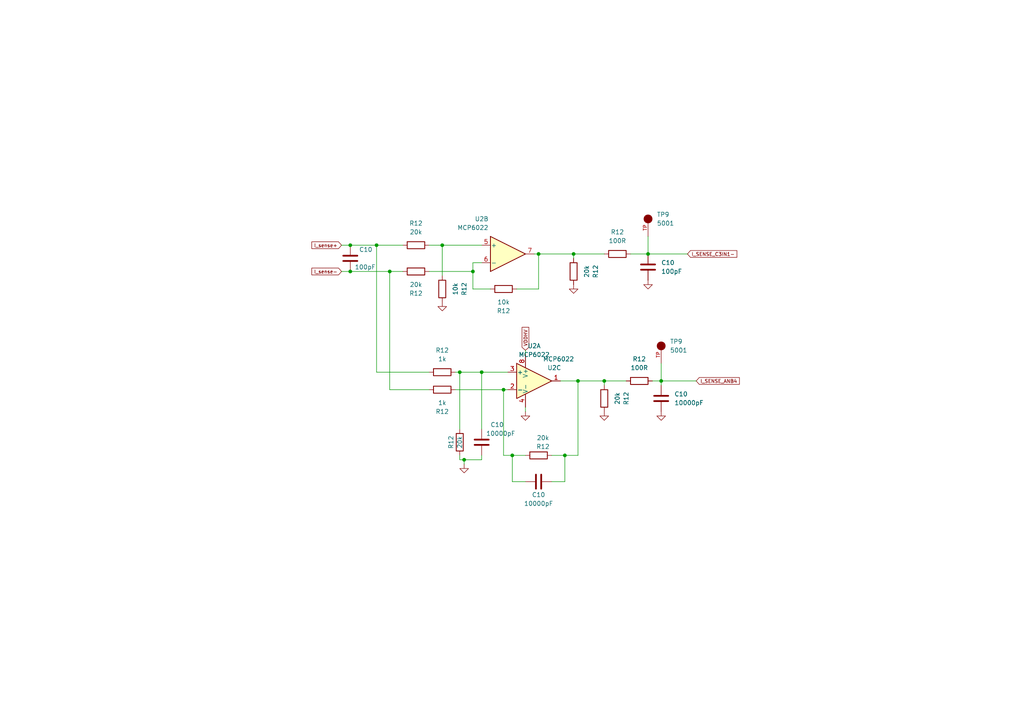
<source format=kicad_sch>
(kicad_sch (version 20230121) (generator eeschema)
  (paper "A4")
  (lib_symbols
    (symbol "5001:5001" (pin_names (offset 1.016))
      (property "Reference" "TP" (at -2.5444 2.5415 0))
      (property "Value" "5001" (at -2.55 -5.0866 0))
      (symbol "5001_0_0"
        (circle (center 0 0) (radius 0.635) (stroke (width 1.27)))
        (pin passive line (at -5.08 0 0) (length 5.08) (name "~") (number "TP"))
      )
    )
    (symbol "Amplifier_Operational:MCP6022" (pin_names (offset 0.127))
      (property "Reference" "U" (at 0 5.08 0))
      (property "Value" "MCP6022" (at 0 -5.08 0))
      (symbol "MCP6022_1_1"
        (polyline (pts (xy -5.08 5.08) (xy 5.08 0) (xy -5.08 -5.08) (xy -5.08 5.08)) (stroke (width 0.254)) (fill (type background)))
        (pin output line (at 7.62 0 180) (length 2.54) (name "~") (number "1"))
        (pin input line (at -7.62 -2.54 0) (length 2.54) (name "-") (number "2"))
        (pin input line (at -7.62 2.54 0) (length 2.54) (name "+") (number "3"))
      )
      (symbol "MCP6022_2_1"
        (polyline (pts (xy -5.08 5.08) (xy 5.08 0) (xy -5.08 -5.08) (xy -5.08 5.08)) (stroke (width 0.254)) (fill (type background)))
        (pin input line (at -7.62 2.54 0) (length 2.54) (name "+") (number "5"))
        (pin input line (at -7.62 -2.54 0) (length 2.54) (name "-") (number "6"))
        (pin output line (at 7.62 0 180) (length 2.54) (name "~") (number "7"))
      )
      (symbol "MCP6022_3_1"
        (pin power_in line (at -2.54 -7.62 90) (length 3.81) (name "V-") (number "4"))
        (pin power_in line (at -2.54 7.62 270) (length 3.81) (name "V+") (number "8"))
      )
    )
    (symbol "Device:C" (pin_numbers hide) (pin_names (offset 0.254))
      (property "Reference" "C" (at 0.635 2.54 0))
      (property "Value" "C" (at 0.635 -2.54 0))
      (symbol "C_0_1"
        (polyline (pts (xy -2.032 -0.762) (xy 2.032 -0.762)) (stroke (width 0.508)))
        (polyline (pts (xy -2.032 0.762) (xy 2.032 0.762)) (stroke (width 0.508)))
      )
      (symbol "C_1_1"
        (pin passive line (at 0 3.81 270) (length 2.794) (name "~") (number "1"))
        (pin passive line (at 0 -3.81 90) (length 2.794) (name "~") (number "2"))
      )
    )
    (symbol "Device:R" (pin_numbers hide) (pin_names (offset 0))
      (property "Reference" "R" (at 2.032 0 90))
      (property "Value" "R" (at 0 0 90))
      (symbol "R_0_1"
        (rectangle (start -1.016 -2.54) (end 1.016 2.54) (stroke (width 0.254)))
      )
      (symbol "R_1_1"
        (pin passive line (at 0 3.81 270) (length 1.27) (name "~") (number "1"))
        (pin passive line (at 0 -3.81 90) (length 1.27) (name "~") (number "2"))
      )
    )
    (symbol "power:GND" (power) (pin_names (offset 0))
      (property "Value" "GND" (at 0 -3.81 0))
      (symbol "GND_0_1"
        (polyline (pts (xy 0 0) (xy 0 -1.27) (xy 1.27 -1.27) (xy 0 -2.54) (xy -1.27 -1.27) (xy 0 -1.27)))
      )
      (symbol "GND_1_1"
        (pin power_in line (at 0 0 270) (length 0) hide (name "GND") (number "1"))
      )
    )
  )
  (junction (at 146.05 113.03))
  (junction (at 191.77 110.49))
  (junction (at 113.03 78.74))
  (junction (at 134.62 133.35))
  (junction (at 156.21 73.66))
  (junction (at 109.22 71.12))
  (junction (at 166.37 73.66))
  (junction (at 148.59 132.08))
  (junction (at 133.35 107.95))
  (junction (at 101.6 71.12))
  (junction (at 163.83 132.08))
  (junction (at 128.27 71.12))
  (junction (at 175.26 110.49))
  (junction (at 167.64 110.49))
  (junction (at 101.6 78.74))
  (junction (at 137.16 78.74))
  (junction (at 187.96 73.66))
  (junction (at 139.7 107.95))
  (wire (pts (xy 134.62 133.35) (xy 139.7 133.35)))
  (wire (pts (xy 132.08 113.03) (xy 146.05 113.03)))
  (wire (pts (xy 99.06 71.12) (xy 101.6 71.12)))
  (wire (pts (xy 149.86 83.82) (xy 156.21 83.82)))
  (wire (pts (xy 166.37 73.66) (xy 156.21 73.66)))
  (wire (pts (xy 132.08 107.95) (xy 133.35 107.95)))
  (wire (pts (xy 163.83 132.08) (xy 167.64 132.08)))
  (wire (pts (xy 167.64 132.08) (xy 167.64 110.49)))
  (wire (pts (xy 124.46 107.95) (xy 109.22 107.95)))
  (wire (pts (xy 166.37 73.66) (xy 166.37 74.93)))
  (wire (pts (xy 191.77 110.49) (xy 189.23 110.49)))
  (wire (pts (xy 133.35 132.08) (xy 133.35 133.35)))
  (wire (pts (xy 137.16 76.2) (xy 139.7 76.2)))
  (wire (pts (xy 139.7 133.35) (xy 139.7 132.08)))
  (wire (pts (xy 137.16 78.74) (xy 137.16 76.2)))
  (wire (pts (xy 156.21 73.66) (xy 156.21 83.82)))
  (wire (pts (xy 124.46 78.74) (xy 137.16 78.74)))
  (wire (pts (xy 162.56 110.49) (xy 167.64 110.49)))
  (wire (pts (xy 134.62 134.62) (xy 134.62 133.35)))
  (wire (pts (xy 175.26 110.49) (xy 175.26 111.76)))
  (wire (pts (xy 163.83 132.08) (xy 163.83 139.7)))
  (wire (pts (xy 128.27 80.01) (xy 128.27 71.12)))
  (wire (pts (xy 142.24 83.82) (xy 137.16 83.82)))
  (wire (pts (xy 175.26 73.66) (xy 166.37 73.66)))
  (wire (pts (xy 199.39 73.66) (xy 187.96 73.66)))
  (wire (pts (xy 109.22 107.95) (xy 109.22 71.12)))
  (wire (pts (xy 113.03 78.74) (xy 113.03 113.03)))
  (wire (pts (xy 139.7 107.95) (xy 139.7 124.46)))
  (wire (pts (xy 101.6 71.12) (xy 109.22 71.12)))
  (wire (pts (xy 187.96 73.66) (xy 182.88 73.66)))
  (wire (pts (xy 160.02 132.08) (xy 163.83 132.08)))
  (wire (pts (xy 152.4 139.7) (xy 148.59 139.7)))
  (wire (pts (xy 99.06 78.74) (xy 101.6 78.74)))
  (wire (pts (xy 156.21 73.66) (xy 154.94 73.66)))
  (wire (pts (xy 113.03 78.74) (xy 116.84 78.74)))
  (wire (pts (xy 167.64 110.49) (xy 175.26 110.49)))
  (wire (pts (xy 187.96 68.58) (xy 187.96 73.66)))
  (wire (pts (xy 152.4 101.6) (xy 152.4 102.87)))
  (wire (pts (xy 146.05 132.08) (xy 146.05 113.03)))
  (wire (pts (xy 124.46 71.12) (xy 128.27 71.12)))
  (wire (pts (xy 148.59 132.08) (xy 152.4 132.08)))
  (wire (pts (xy 133.35 107.95) (xy 133.35 124.46)))
  (wire (pts (xy 128.27 71.12) (xy 139.7 71.12)))
  (wire (pts (xy 148.59 139.7) (xy 148.59 132.08)))
  (wire (pts (xy 137.16 83.82) (xy 137.16 78.74)))
  (wire (pts (xy 191.77 111.76) (xy 191.77 110.49)))
  (wire (pts (xy 113.03 113.03) (xy 124.46 113.03)))
  (wire (pts (xy 191.77 110.49) (xy 201.93 110.49)))
  (wire (pts (xy 191.77 105.41) (xy 191.77 110.49)))
  (wire (pts (xy 134.62 133.35) (xy 133.35 133.35)))
  (wire (pts (xy 101.6 78.74) (xy 113.03 78.74)))
  (wire (pts (xy 146.05 113.03) (xy 147.32 113.03)))
  (wire (pts (xy 148.59 132.08) (xy 146.05 132.08)))
  (wire (pts (xy 133.35 107.95) (xy 139.7 107.95)))
  (wire (pts (xy 181.61 110.49) (xy 175.26 110.49)))
  (wire (pts (xy 152.4 119.38) (xy 152.4 118.11)))
  (wire (pts (xy 163.83 139.7) (xy 160.02 139.7)))
  (wire (pts (xy 109.22 71.12) (xy 116.84 71.12)))
  (wire (pts (xy 139.7 107.95) (xy 147.32 107.95)))
  (global_label "I_sense-" (shape input) (at 99.06 78.74 180) (effects (font (size 1 1))) (property "Intersheetrefs" "${INTERSHEET_REFS}" (effects hide)))
  (global_label "I_SENSE_C3IN1-" (shape input) (at 199.39 73.66 0) (effects (font (size 1 1))) (property "Intersheetrefs" "${INTERSHEET_REFS}" (effects hide)))
  (global_label "I_sense+" (shape input) (at 99.06 71.12 180) (effects (font (size 1 1))) (property "Intersheetrefs" "${INTERSHEET_REFS}" (effects hide)))
  (global_label "I_SENSE_ANB4" (shape input) (at 201.93 110.49 0) (effects (font (size 1 1))) (property "Intersheetrefs" "${INTERSHEET_REFS}" (effects hide)))
  (global_label "VDDHV" (shape input) (at 152.4 101.6 90) (effects (font (size 1 1))) (property "Intersheetrefs" "${INTERSHEET_REFS}" (effects hide)))
  (symbol (lib_id "power:GND") (at 175.26 119.38 0) (unit 1)
    (property "Reference" "#PWR01" (effects hide))
    (property "Value" "GND" (effects hide))
    (instances (project "SiC based Battery Disconnect" (path "" (reference "#PWR01") (unit 1)) (path "" (reference "#PWR03") (unit 1)) (path "" (reference "#PWR019") (unit 1)) (path "" (reference "#PWR025") (unit 1))))
  )
  (symbol (lib_id "Device:R") (at 156.21 132.08 90) (mirror x) (unit 1)
    (property "Reference" "R12" (at 157.48 129.54 90))
    (property "Value" "20k" (at 157.48 127 90))
    (property "Footprint" "Resistor_SMD:R_0805_2012Metric" (effects hide))
    (instances (project "SiC based Battery Disconnect" (path "" (reference "R12") (unit 1)) (path "" (reference "R24") (unit 1))))
  )
  (symbol (lib_id "power:GND") (at 128.27 87.63 0) (unit 1)
    (property "Reference" "#PWR01" (effects hide))
    (property "Value" "GND" (effects hide))
    (instances (project "SiC based Battery Disconnect" (path "" (reference "#PWR01") (unit 1)) (path "" (reference "#PWR03") (unit 1)) (path "" (reference "#PWR019") (unit 1)) (path "" (reference "#PWR028") (unit 1))))
  )
  (symbol (lib_id "Device:R") (at 120.65 78.74 90) (mirror x) (unit 1)
    (property "Reference" "R12" (at 120.65 85.09 90))
    (property "Value" "20k" (at 120.65 82.55 90))
    (property "Footprint" "Resistor_SMD:R_0805_2012Metric" (effects hide))
    (instances (project "SiC based Battery Disconnect" (path "" (reference "R12") (unit 1)) (path "" (reference "R15") (unit 1))))
  )
  (symbol (lib_id "Device:C") (at 187.96 77.47 0) (unit 1)
    (property "Reference" "C10" (at 191.77 76.2 0) (effects (justify left)))
    (property "Value" "100pF" (at 191.77 78.74 0) (effects (justify left)))
    (property "Footprint" "Capacitor_SMD:C_0805_2012Metric" (effects hide))
    (instances (project "SiC based Battery Disconnect" (path "" (reference "C10") (unit 1)) (path "" (reference "C12") (unit 1))))
  )
  (symbol (lib_id "Amplifier_Operational:MCP6022") (at 154.94 110.49 0) (unit 3)
    (property "Reference" "U2" (at 158.75 106.68 0) (effects (justify left)))
    (property "Value" "MCP6022" (at 157.48 104.14 0) (effects (justify left)))
    (property "Footprint" "Package_SO:TSSOP-8_4.4x3mm_P0.65mm" (effects hide))
    (property "Datasheet" "http://ww1.microchip.com/downloads/en/devicedoc/20001685e.pdf" (effects hide))
  )
  (symbol (lib_id "Device:R") (at 175.26 115.57 0) (mirror x) (unit 1)
    (property "Reference" "R12" (at 181.61 115.57 90))
    (property "Value" "20k" (at 179.07 115.57 90))
    (property "Footprint" "Resistor_SMD:R_0805_2012Metric" (effects hide))
    (instances (project "SiC based Battery Disconnect" (path "" (reference "R12") (unit 1)) (path "" (reference "R22") (unit 1))))
  )
  (symbol (lib_id "Device:C") (at 101.6 74.93 0) (unit 1)
    (property "Reference" "C10" (at 104.14 72.39 0) (effects (justify left)))
    (property "Value" "100pF" (at 102.87 77.47 0) (effects (justify left)))
    (property "Footprint" "Capacitor_SMD:C_0805_2012Metric" (effects hide))
    (instances (project "SiC based Battery Disconnect" (path "" (reference "C10") (unit 1)) (path "" (reference "C15") (unit 1))))
  )
  (symbol (lib_id "power:GND") (at 152.4 119.38 0) (unit 1)
    (property "Reference" "#PWR01" (effects hide))
    (property "Value" "GND" (effects hide))
    (instances (project "SiC based Battery Disconnect" (path "" (reference "#PWR01") (unit 1)) (path "" (reference "#PWR03") (unit 1)) (path "" (reference "#PWR019") (unit 1)) (path "" (reference "#PWR027") (unit 1))))
  )
  (symbol (lib_id "Device:R") (at 128.27 107.95 90) (unit 1)
    (property "Reference" "R12" (at 128.27 101.6 90))
    (property "Value" "1k" (at 128.27 104.14 90))
    (property "Footprint" "Resistor_SMD:R_0805_2012Metric" (effects hide))
    (instances (project "SiC based Battery Disconnect" (path "" (reference "R12") (unit 1)) (path "" (reference "R16") (unit 1))))
  )
  (symbol (lib_id "Device:R") (at 185.42 110.49 270) (mirror x) (unit 1)
    (property "Reference" "R12" (at 185.42 104.14 90))
    (property "Value" "100R" (at 185.42 106.68 90))
    (property "Footprint" "Resistor_SMD:R_0805_2012Metric" (effects hide))
    (instances (project "SiC based Battery Disconnect" (path "" (reference "R12") (unit 1)) (path "" (reference "R23") (unit 1))))
  )
  (symbol (lib_id "Device:C") (at 139.7 128.27 0) (unit 1)
    (property "Reference" "C10" (at 142.24 123.19 0) (effects (justify left)))
    (property "Value" "10000pF" (at 140.97 125.73 0) (effects (justify left)))
    (property "Footprint" "Capacitor_SMD:C_0805_2012Metric" (effects hide))
    (instances (project "SiC based Battery Disconnect" (path "" (reference "C10") (unit 1)) (path "" (reference "C11") (unit 1))))
  )
  (symbol (lib_id "Device:R") (at 146.05 83.82 90) (mirror x) (unit 1)
    (property "Reference" "R12" (at 146.05 90.17 90))
    (property "Value" "10k" (at 146.05 87.63 90))
    (property "Footprint" "Resistor_SMD:R_0805_2012Metric" (effects hide))
    (instances (project "SiC based Battery Disconnect" (path "" (reference "R12") (unit 1)) (path "" (reference "R18") (unit 1))))
  )
  (symbol (lib_id "Device:R") (at 133.35 128.27 0) (mirror x) (unit 1)
    (property "Reference" "R12" (at 130.81 128.27 90))
    (property "Value" "20k" (at 133.35 128.27 90))
    (property "Footprint" "Resistor_SMD:R_0805_2012Metric" (effects hide))
    (instances (project "SiC based Battery Disconnect" (path "" (reference "R12") (unit 1)) (path "" (reference "R19") (unit 1))))
  )
  (symbol (lib_id "Device:R") (at 179.07 73.66 270) (mirror x) (unit 1)
    (property "Reference" "R12" (at 179.07 67.31 90))
    (property "Value" "100R" (at 179.07 69.85 90))
    (property "Footprint" "Resistor_SMD:R_0805_2012Metric" (effects hide))
    (instances (project "SiC based Battery Disconnect" (path "" (reference "R12") (unit 1)) (path "" (reference "R21") (unit 1))))
  )
  (symbol (lib_id "Amplifier_Operational:MCP6022") (at 154.94 110.49 0) (unit 1)
    (property "Reference" "U2" (at 154.94 100.33 0))
    (property "Value" "MCP6022" (at 154.94 102.87 0))
    (property "Footprint" "Package_SO:TSSOP-8_4.4x3mm_P0.65mm" (effects hide))
    (property "Datasheet" "http://ww1.microchip.com/downloads/en/devicedoc/20001685e.pdf" (effects hide))
  )
  (symbol (lib_id "Device:C") (at 156.21 139.7 90) (unit 1)
    (property "Reference" "C10" (at 156.21 143.51 90))
    (property "Value" "10000pF" (at 156.21 146.05 90))
    (property "Footprint" "Capacitor_SMD:C_0805_2012Metric" (effects hide))
    (instances (project "SiC based Battery Disconnect" (path "" (reference "C10") (unit 1)) (path "" (reference "C14") (unit 1))))
  )
  (symbol (lib_id "power:GND") (at 191.77 119.38 0) (unit 1)
    (property "Reference" "#PWR01" (effects hide))
    (property "Value" "GND" (effects hide))
    (instances (project "SiC based Battery Disconnect" (path "" (reference "#PWR01") (unit 1)) (path "" (reference "#PWR03") (unit 1)) (path "" (reference "#PWR019") (unit 1)) (path "" (reference "#PWR026") (unit 1))))
  )
  (symbol (lib_id "Device:R") (at 128.27 83.82 0) (mirror x) (unit 1)
    (property "Reference" "R12" (at 134.62 83.82 90))
    (property "Value" "10k" (at 132.08 83.82 90))
    (property "Footprint" "Resistor_SMD:R_0805_2012Metric" (effects hide))
    (instances (project "SiC based Battery Disconnect" (path "" (reference "R12") (unit 1)) (path "" (reference "R25") (unit 1))))
  )
  (symbol (lib_id "Device:R") (at 120.65 71.12 90) (unit 1)
    (property "Reference" "R12" (at 120.65 64.77 90))
    (property "Value" "20k" (at 120.65 67.31 90))
    (property "Footprint" "Resistor_SMD:R_0805_2012Metric" (effects hide))
    (instances (project "SiC based Battery Disconnect" (path "" (reference "R12") (unit 1)) (path "" (reference "R14") (unit 1))))
  )
  (symbol (lib_id "Amplifier_Operational:MCP6022") (at 147.32 73.66 0) (unit 2)
    (property "Reference" "U2" (at 139.7 63.5 0))
    (property "Value" "MCP6022" (at 137.16 66.04 0))
    (property "Footprint" "Package_SO:TSSOP-8_4.4x3mm_P0.65mm" (effects hide))
    (property "Datasheet" "http://ww1.microchip.com/downloads/en/devicedoc/20001685e.pdf" (effects hide))
  )
  (symbol (lib_id "5001:5001") (at 187.96 63.5 90) (unit 1)
    (property "Reference" "TP9" (at 190.5 62.23 90) (effects (justify right)))
    (property "Value" "5001" (at 190.5 64.77 90) (effects (justify right)))
    (property "Footprint" "5001 tp:KEYSTONE_5001" (effects hide))
    (property "MF" "Keystone Electronics Corp." (effects hide))
    (property "MAXIMUM_PACKAGE_HEIGHT" "4.57 mm" (effects hide))
    (property "Package" "None" (effects hide))
    (property "Price" "None" (effects hide))
    (property "Check_prices" "https://www.snapeda.com/parts/5001/Keystone+Electronics/view-part/?ref=eda" (effects hide))
    (property "STANDARD" "Manufacturer Recommendations" (effects hide))
    (property "PARTREV" "H" (effects hide))
    (property "SnapEDA_Link" "https://www.snapeda.com/parts/5001/Keystone+Electronics/view-part/?ref=snap" (effects hide))
    (property "MP" "5001" (effects hide))
    (property "Description" "\nBlack PC Test Point, Miniature Phosphor Bronze Silver Plating 0.040 (1.02mm) Hole Diameter Mounting Type\n" (effects hide))
    (property "MANUFACTURER" "Keystone" (effects hide))
    (property "Availability" "In Stock" (effects hide))
    (property "SNAPEDA_PN" "5000" (effects hide))
    (instances (project "SiC based Battery Disconnect" (path "" (reference "TP9") (unit 1)) (path "" (reference "TP7") (unit 1))))
  )
  (symbol (lib_id "power:GND") (at 134.62 134.62 0) (unit 1)
    (property "Reference" "#PWR01" (effects hide))
    (property "Value" "GND" (effects hide))
    (instances (project "SiC based Battery Disconnect" (path "" (reference "#PWR01") (unit 1)) (path "" (reference "#PWR03") (unit 1)) (path "" (reference "#PWR019") (unit 1)) (path "" (reference "#PWR012") (unit 1))))
  )
  (symbol (lib_id "Device:C") (at 191.77 115.57 0) (unit 1)
    (property "Reference" "C10" (at 195.58 114.3 0) (effects (justify left)))
    (property "Value" "10000pF" (at 195.58 116.84 0) (effects (justify left)))
    (property "Footprint" "Capacitor_SMD:C_0805_2012Metric" (effects hide))
    (instances (project "SiC based Battery Disconnect" (path "" (reference "C10") (unit 1)) (path "" (reference "C13") (unit 1))))
  )
  (symbol (lib_id "5001:5001") (at 191.77 100.33 90) (unit 1)
    (property "Reference" "TP9" (at 194.31 99.06 90) (effects (justify right)))
    (property "Value" "5001" (at 194.31 101.6 90) (effects (justify right)))
    (property "Footprint" "5001 tp:KEYSTONE_5001" (effects hide))
    (property "MF" "Keystone Electronics Corp." (effects hide))
    (property "MAXIMUM_PACKAGE_HEIGHT" "4.57 mm" (effects hide))
    (property "Package" "None" (effects hide))
    (property "Price" "None" (effects hide))
    (property "Check_prices" "https://www.snapeda.com/parts/5001/Keystone+Electronics/view-part/?ref=eda" (effects hide))
    (property "STANDARD" "Manufacturer Recommendations" (effects hide))
    (property "PARTREV" "H" (effects hide))
    (property "SnapEDA_Link" "https://www.snapeda.com/parts/5001/Keystone+Electronics/view-part/?ref=snap" (effects hide))
    (property "MP" "5001" (effects hide))
    (property "Description" "\nBlack PC Test Point, Miniature Phosphor Bronze Silver Plating 0.040 (1.02mm) Hole Diameter Mounting Type\n" (effects hide))
    (property "MANUFACTURER" "Keystone" (effects hide))
    (property "Availability" "In Stock" (effects hide))
    (property "SNAPEDA_PN" "5000" (effects hide))
    (instances (project "SiC based Battery Disconnect" (path "" (reference "TP9") (unit 1)) (path "" (reference "TP6") (unit 1))))
  )
  (symbol (lib_id "Device:R") (at 166.37 78.74 0) (mirror x) (unit 1)
    (property "Reference" "R12" (at 172.72 78.74 90))
    (property "Value" "20k" (at 170.18 78.74 90))
    (property "Footprint" "Resistor_SMD:R_0805_2012Metric" (effects hide))
    (instances (project "SiC based Battery Disconnect" (path "" (reference "R12") (unit 1)) (path "" (reference "R20") (unit 1))))
  )
  (symbol (lib_id "power:GND") (at 187.96 81.28 0) (unit 1)
    (property "Reference" "#PWR01" (effects hide))
    (property "Value" "GND" (effects hide))
    (instances (project "SiC based Battery Disconnect" (path "" (reference "#PWR01") (unit 1)) (path "" (reference "#PWR03") (unit 1)) (path "" (reference "#PWR019") (unit 1)) (path "" (reference "#PWR024") (unit 1))))
  )
  (symbol (lib_id "Device:R") (at 128.27 113.03 90) (mirror x) (unit 1)
    (property "Reference" "R12" (at 128.27 119.38 90))
    (property "Value" "1k" (at 128.27 116.84 90))
    (property "Footprint" "Resistor_SMD:R_0805_2012Metric" (effects hide))
    (instances (project "SiC based Battery Disconnect" (path "" (reference "R12") (unit 1)) (path "" (reference "R17") (unit 1))))
  )
  (symbol (lib_id "power:GND") (at 166.37 82.55 0) (unit 1)
    (property "Reference" "#PWR01" (effects hide))
    (property "Value" "GND" (effects hide))
    (instances (project "SiC based Battery Disconnect" (path "" (reference "#PWR01") (unit 1)) (path "" (reference "#PWR03") (unit 1)) (path "" (reference "#PWR019") (unit 1)) (path "" (reference "#PWR023") (unit 1))))
  )
)
</source>
